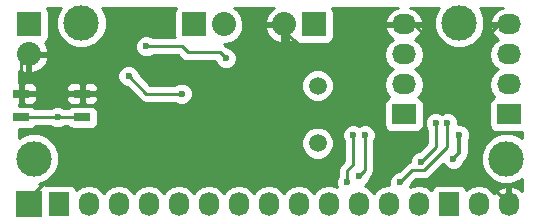
<source format=gbr>
G04 #@! TF.FileFunction,Copper,L2,Bot,Signal*
%FSLAX46Y46*%
G04 Gerber Fmt 4.6, Leading zero omitted, Abs format (unit mm)*
G04 Created by KiCad (PCBNEW 0.201510100348+6257~30~ubuntu14.04.1-product) date jeu. 15 oct. 2015 23:40:22 CEST*
%MOMM*%
G01*
G04 APERTURE LIST*
%ADD10C,0.100000*%
%ADD11R,2.032000X2.032000*%
%ADD12O,2.032000X2.032000*%
%ADD13R,1.727200X2.032000*%
%ADD14O,1.727200X2.032000*%
%ADD15R,2.235200X2.235200*%
%ADD16R,2.032000X1.727200*%
%ADD17O,2.032000X1.727200*%
%ADD18R,1.450000X0.700000*%
%ADD19C,3.000000*%
%ADD20C,1.501140*%
%ADD21C,0.600000*%
%ADD22C,0.350000*%
%ADD23C,0.250000*%
%ADD24C,0.254000*%
G04 APERTURE END LIST*
D10*
D11*
X129540000Y-104140000D03*
D12*
X132080000Y-104140000D03*
D13*
X118110000Y-119380000D03*
D14*
X120650000Y-119380000D03*
X123190000Y-119380000D03*
X125730000Y-119380000D03*
X128270000Y-119380000D03*
X130810000Y-119380000D03*
X133350000Y-119380000D03*
X135890000Y-119380000D03*
X138430000Y-119380000D03*
X140970000Y-119380000D03*
X143510000Y-119380000D03*
X146050000Y-119380000D03*
X148590000Y-119380000D03*
D15*
X115570000Y-119380000D03*
D11*
X139700000Y-104140000D03*
D12*
X137160000Y-104140000D03*
D11*
X115570000Y-104140000D03*
D12*
X115570000Y-106680000D03*
D13*
X151130000Y-119380000D03*
D14*
X153670000Y-119380000D03*
X156210000Y-119380000D03*
D16*
X156210000Y-111760000D03*
D17*
X156210000Y-109220000D03*
X156210000Y-106680000D03*
X156210000Y-104140000D03*
D16*
X147320000Y-111760000D03*
D17*
X147320000Y-109220000D03*
X147320000Y-106680000D03*
X147320000Y-104140000D03*
D18*
X114925000Y-110000000D03*
X120075000Y-110000000D03*
X120075000Y-112000000D03*
X114925000Y-112000000D03*
D19*
X120000000Y-104000000D03*
X156000000Y-115500000D03*
X152000000Y-104000000D03*
X116000000Y-115500000D03*
D20*
X140000000Y-109309060D03*
X140000000Y-114190940D03*
D21*
X130250000Y-112000000D03*
X121000000Y-107000000D03*
X137500000Y-110500000D03*
X124000000Y-110500000D03*
X125500000Y-106000000D03*
X132250000Y-107000000D03*
X118000000Y-112000000D03*
X128500000Y-110000000D03*
X124000000Y-108500000D03*
X152000000Y-113500000D03*
X151500000Y-115500000D03*
X143000000Y-113500000D03*
X142500000Y-117500000D03*
X144000000Y-113500000D03*
X143500000Y-117000000D03*
X151000000Y-112500000D03*
X147000000Y-117500000D03*
X150000000Y-112500000D03*
X148750000Y-115750000D03*
D22*
X136500000Y-111250000D02*
X136750000Y-111250000D01*
X131000000Y-111250000D02*
X136500000Y-111250000D01*
X130250000Y-112000000D02*
X131000000Y-111250000D01*
X136750000Y-111250000D02*
X137500000Y-110500000D01*
X124000000Y-110500000D02*
X124500000Y-110500000D01*
X126000000Y-112000000D02*
X130250000Y-112000000D01*
X124500000Y-110500000D02*
X126000000Y-112000000D01*
D23*
X120500000Y-107500000D02*
X121000000Y-107000000D01*
X114925000Y-110000000D02*
X114925000Y-107325000D01*
X114925000Y-107325000D02*
X115570000Y-106680000D01*
X152500000Y-107000000D02*
X152500000Y-110500000D01*
D22*
X153500000Y-116670000D02*
X156210000Y-119380000D01*
X153500000Y-111500000D02*
X153500000Y-116670000D01*
D23*
X152500000Y-110500000D02*
X153500000Y-111500000D01*
X147320000Y-104140000D02*
X148140000Y-104140000D01*
X148140000Y-104140000D02*
X151000000Y-107000000D01*
X152500000Y-107000000D02*
X155360000Y-104140000D01*
X151000000Y-107000000D02*
X152500000Y-107000000D01*
X155360000Y-104140000D02*
X156210000Y-104140000D01*
X137160000Y-104140000D02*
X137160000Y-104660000D01*
X137160000Y-104660000D02*
X139000000Y-106500000D01*
X145860000Y-104140000D02*
X147320000Y-104140000D01*
X143500000Y-106500000D02*
X145860000Y-104140000D01*
X139000000Y-106500000D02*
X143500000Y-106500000D01*
X137500000Y-110500000D02*
X137500000Y-103980000D01*
X137500000Y-104480000D02*
X137160000Y-104140000D01*
X121500000Y-111000000D02*
X123500000Y-111000000D01*
X123500000Y-111000000D02*
X124000000Y-110500000D01*
X115570000Y-119380000D02*
X115570000Y-118930000D01*
D22*
X115570000Y-118930000D02*
X117000000Y-117500000D01*
D23*
X117000000Y-117500000D02*
X118000000Y-117500000D01*
X118000000Y-117500000D02*
X121500000Y-114000000D01*
X121500000Y-114000000D02*
X121500000Y-111000000D01*
X121500000Y-111000000D02*
X121500000Y-108500000D01*
X121500000Y-108500000D02*
X120500000Y-107500000D01*
X120500000Y-107500000D02*
X119680000Y-106680000D01*
X119680000Y-106680000D02*
X115570000Y-106680000D01*
X120075000Y-110000000D02*
X114925000Y-110000000D01*
X125500000Y-106000000D02*
X128500000Y-106000000D01*
X128500000Y-106000000D02*
X129000000Y-106500000D01*
X129000000Y-106500000D02*
X131750000Y-106500000D01*
X132250000Y-107000000D02*
X131750000Y-106500000D01*
X118000000Y-112000000D02*
X120075000Y-112000000D01*
X120075000Y-112000000D02*
X114925000Y-112000000D01*
X125500000Y-110000000D02*
X128500000Y-110000000D01*
X124000000Y-108500000D02*
X125500000Y-110000000D01*
D22*
X152000000Y-115000000D02*
X151500000Y-115500000D01*
X152000000Y-115000000D02*
X152000000Y-113500000D01*
D23*
X142500000Y-117500000D02*
X142500000Y-116500000D01*
X143000000Y-116000000D02*
X143000000Y-113500000D01*
X142500000Y-116500000D02*
X143000000Y-116000000D01*
X144000000Y-113500000D02*
X144000000Y-116500000D01*
X144000000Y-116500000D02*
X143500000Y-117000000D01*
X143500000Y-117000000D02*
X143500000Y-117000000D01*
X151000000Y-114500000D02*
X151000000Y-112500000D01*
X149000000Y-116500000D02*
X151000000Y-114500000D01*
X148000000Y-116500000D02*
X149000000Y-116500000D01*
X147000000Y-117500000D02*
X148000000Y-116500000D01*
X150000000Y-114500000D02*
X150000000Y-112500000D01*
X148750000Y-115750000D02*
X150000000Y-114500000D01*
D24*
G36*
X115697000Y-119253000D02*
X115717000Y-119253000D01*
X115717000Y-119507000D01*
X115697000Y-119507000D01*
X115697000Y-119527000D01*
X115443000Y-119527000D01*
X115443000Y-119507000D01*
X115423000Y-119507000D01*
X115423000Y-119253000D01*
X115443000Y-119253000D01*
X115443000Y-119233000D01*
X115697000Y-119233000D01*
X115697000Y-119253000D01*
X115697000Y-119253000D01*
G37*
X115697000Y-119253000D02*
X115717000Y-119253000D01*
X115717000Y-119507000D01*
X115697000Y-119507000D01*
X115697000Y-119527000D01*
X115443000Y-119527000D01*
X115443000Y-119507000D01*
X115423000Y-119507000D01*
X115423000Y-119253000D01*
X115443000Y-119253000D01*
X115443000Y-119233000D01*
X115697000Y-119233000D01*
X115697000Y-119253000D01*
G36*
X118191091Y-102789041D02*
X117865372Y-103573459D01*
X117864630Y-104422815D01*
X118188980Y-105207800D01*
X118789041Y-105808909D01*
X119573459Y-106134628D01*
X120422815Y-106135370D01*
X121207800Y-105811020D01*
X121808909Y-105210959D01*
X122134628Y-104426541D01*
X122135370Y-103577185D01*
X121811020Y-102792200D01*
X121728963Y-102710000D01*
X128038334Y-102710000D01*
X127927569Y-102872110D01*
X127876560Y-103124000D01*
X127876560Y-105156000D01*
X127892366Y-105240000D01*
X126062463Y-105240000D01*
X126030327Y-105207808D01*
X125686799Y-105065162D01*
X125314833Y-105064838D01*
X124971057Y-105206883D01*
X124707808Y-105469673D01*
X124565162Y-105813201D01*
X124564838Y-106185167D01*
X124706883Y-106528943D01*
X124969673Y-106792192D01*
X125313201Y-106934838D01*
X125685167Y-106935162D01*
X126028943Y-106793117D01*
X126062118Y-106760000D01*
X128185198Y-106760000D01*
X128462599Y-107037401D01*
X128709161Y-107202148D01*
X129000000Y-107260000D01*
X131345758Y-107260000D01*
X131456883Y-107528943D01*
X131719673Y-107792192D01*
X132063201Y-107934838D01*
X132435167Y-107935162D01*
X132778943Y-107793117D01*
X133042192Y-107530327D01*
X133184838Y-107186799D01*
X133185162Y-106814833D01*
X133129451Y-106680000D01*
X145636655Y-106680000D01*
X145750729Y-107253489D01*
X146075585Y-107739670D01*
X146390366Y-107950000D01*
X146075585Y-108160330D01*
X145750729Y-108646511D01*
X145636655Y-109220000D01*
X145750729Y-109793489D01*
X146075585Y-110279670D01*
X146089913Y-110289243D01*
X146068683Y-110293238D01*
X145852559Y-110432310D01*
X145707569Y-110644510D01*
X145656560Y-110896400D01*
X145656560Y-112623600D01*
X145700838Y-112858917D01*
X145839910Y-113075041D01*
X146052110Y-113220031D01*
X146304000Y-113271040D01*
X148336000Y-113271040D01*
X148571317Y-113226762D01*
X148787441Y-113087690D01*
X148932431Y-112875490D01*
X148983440Y-112623600D01*
X148983440Y-110896400D01*
X148939162Y-110661083D01*
X148800090Y-110444959D01*
X148587890Y-110299969D01*
X148546561Y-110291600D01*
X148564415Y-110279670D01*
X148889271Y-109793489D01*
X149003345Y-109220000D01*
X148889271Y-108646511D01*
X148564415Y-108160330D01*
X148249634Y-107950000D01*
X148564415Y-107739670D01*
X148889271Y-107253489D01*
X149003345Y-106680000D01*
X148889271Y-106106511D01*
X148564415Y-105620330D01*
X148254931Y-105413539D01*
X148670732Y-105042036D01*
X148924709Y-104514791D01*
X148927358Y-104499026D01*
X148806217Y-104267000D01*
X147447000Y-104267000D01*
X147447000Y-104287000D01*
X147193000Y-104287000D01*
X147193000Y-104267000D01*
X145833783Y-104267000D01*
X145712642Y-104499026D01*
X145715291Y-104514791D01*
X145969268Y-105042036D01*
X146385069Y-105413539D01*
X146075585Y-105620330D01*
X145750729Y-106106511D01*
X145636655Y-106680000D01*
X133129451Y-106680000D01*
X133043117Y-106471057D01*
X132780327Y-106207808D01*
X132436799Y-106065162D01*
X132389923Y-106065121D01*
X132287401Y-105962599D01*
X132078565Y-105823060D01*
X132080000Y-105823345D01*
X132711810Y-105697670D01*
X133247433Y-105339778D01*
X133605325Y-104804155D01*
X133661261Y-104522946D01*
X135554017Y-104522946D01*
X135822812Y-105108379D01*
X136295182Y-105546385D01*
X136777056Y-105745975D01*
X137033000Y-105626836D01*
X137033000Y-104267000D01*
X135672633Y-104267000D01*
X135554017Y-104522946D01*
X133661261Y-104522946D01*
X133731000Y-104172345D01*
X133731000Y-104107655D01*
X133605325Y-103475845D01*
X133247433Y-102940222D01*
X132902882Y-102710000D01*
X136352196Y-102710000D01*
X136295182Y-102733615D01*
X135822812Y-103171621D01*
X135554017Y-103757054D01*
X135672633Y-104013000D01*
X137033000Y-104013000D01*
X137033000Y-103993000D01*
X137287000Y-103993000D01*
X137287000Y-104013000D01*
X137307000Y-104013000D01*
X137307000Y-104267000D01*
X137287000Y-104267000D01*
X137287000Y-105626836D01*
X137542944Y-105745975D01*
X138024818Y-105546385D01*
X138122398Y-105455903D01*
X138219910Y-105607441D01*
X138432110Y-105752431D01*
X138684000Y-105803440D01*
X140716000Y-105803440D01*
X140951317Y-105759162D01*
X141167441Y-105620090D01*
X141312431Y-105407890D01*
X141363440Y-105156000D01*
X141363440Y-103124000D01*
X141319162Y-102888683D01*
X141204183Y-102710000D01*
X146800327Y-102710000D01*
X146405680Y-102848046D01*
X145969268Y-103237964D01*
X145715291Y-103765209D01*
X145712642Y-103780974D01*
X145833783Y-104013000D01*
X147193000Y-104013000D01*
X147193000Y-103993000D01*
X147447000Y-103993000D01*
X147447000Y-104013000D01*
X148806217Y-104013000D01*
X148927358Y-103780974D01*
X148924709Y-103765209D01*
X148670732Y-103237964D01*
X148234320Y-102848046D01*
X147839673Y-102710000D01*
X150270270Y-102710000D01*
X150191091Y-102789041D01*
X149865372Y-103573459D01*
X149864630Y-104422815D01*
X150188980Y-105207800D01*
X150789041Y-105808909D01*
X151573459Y-106134628D01*
X152422815Y-106135370D01*
X153207800Y-105811020D01*
X153808909Y-105210959D01*
X154134628Y-104426541D01*
X154135370Y-103577185D01*
X153811020Y-102792200D01*
X153728963Y-102710000D01*
X155690327Y-102710000D01*
X155295680Y-102848046D01*
X154859268Y-103237964D01*
X154605291Y-103765209D01*
X154602642Y-103780974D01*
X154723783Y-104013000D01*
X156083000Y-104013000D01*
X156083000Y-103993000D01*
X156337000Y-103993000D01*
X156337000Y-104013000D01*
X156357000Y-104013000D01*
X156357000Y-104267000D01*
X156337000Y-104267000D01*
X156337000Y-104287000D01*
X156083000Y-104287000D01*
X156083000Y-104267000D01*
X154723783Y-104267000D01*
X154602642Y-104499026D01*
X154605291Y-104514791D01*
X154859268Y-105042036D01*
X155275069Y-105413539D01*
X154965585Y-105620330D01*
X154640729Y-106106511D01*
X154526655Y-106680000D01*
X154640729Y-107253489D01*
X154965585Y-107739670D01*
X155280366Y-107950000D01*
X154965585Y-108160330D01*
X154640729Y-108646511D01*
X154526655Y-109220000D01*
X154640729Y-109793489D01*
X154965585Y-110279670D01*
X154979913Y-110289243D01*
X154958683Y-110293238D01*
X154742559Y-110432310D01*
X154597569Y-110644510D01*
X154546560Y-110896400D01*
X154546560Y-112623600D01*
X154590838Y-112858917D01*
X154729910Y-113075041D01*
X154942110Y-113220031D01*
X155194000Y-113271040D01*
X157226000Y-113271040D01*
X157290000Y-113258998D01*
X157290000Y-113770270D01*
X157210959Y-113691091D01*
X156426541Y-113365372D01*
X155577185Y-113364630D01*
X154792200Y-113688980D01*
X154191091Y-114289041D01*
X153865372Y-115073459D01*
X153864630Y-115922815D01*
X154188980Y-116707800D01*
X154789041Y-117308909D01*
X155573459Y-117634628D01*
X156422815Y-117635370D01*
X157207800Y-117311020D01*
X157290000Y-117228963D01*
X157290000Y-118228453D01*
X157112036Y-118029268D01*
X156584791Y-117775291D01*
X156569026Y-117772642D01*
X156337000Y-117893783D01*
X156337000Y-119253000D01*
X156357000Y-119253000D01*
X156357000Y-119507000D01*
X156337000Y-119507000D01*
X156337000Y-119527000D01*
X156083000Y-119527000D01*
X156083000Y-119507000D01*
X156063000Y-119507000D01*
X156063000Y-119253000D01*
X156083000Y-119253000D01*
X156083000Y-117893783D01*
X155850974Y-117772642D01*
X155835209Y-117775291D01*
X155307964Y-118029268D01*
X154936461Y-118445069D01*
X154729670Y-118135585D01*
X154243489Y-117810729D01*
X153670000Y-117696655D01*
X153096511Y-117810729D01*
X152610330Y-118135585D01*
X152600757Y-118149913D01*
X152596762Y-118128683D01*
X152457690Y-117912559D01*
X152245490Y-117767569D01*
X151993600Y-117716560D01*
X150266400Y-117716560D01*
X150031083Y-117760838D01*
X149814959Y-117899910D01*
X149669969Y-118112110D01*
X149661600Y-118153439D01*
X149649670Y-118135585D01*
X149163489Y-117810729D01*
X148590000Y-117696655D01*
X148016511Y-117810729D01*
X147832255Y-117933845D01*
X147934838Y-117686799D01*
X147934879Y-117639923D01*
X148314802Y-117260000D01*
X149000000Y-117260000D01*
X149290839Y-117202148D01*
X149537401Y-117037401D01*
X150659803Y-115914999D01*
X150706883Y-116028943D01*
X150969673Y-116292192D01*
X151313201Y-116434838D01*
X151685167Y-116435162D01*
X152028943Y-116293117D01*
X152292192Y-116030327D01*
X152417884Y-115727629D01*
X152572757Y-115572756D01*
X152748343Y-115309973D01*
X152775766Y-115172103D01*
X152810000Y-115000000D01*
X152810000Y-113987441D01*
X152934838Y-113686799D01*
X152935162Y-113314833D01*
X152793117Y-112971057D01*
X152530327Y-112707808D01*
X152186799Y-112565162D01*
X151934944Y-112564943D01*
X151935162Y-112314833D01*
X151793117Y-111971057D01*
X151530327Y-111707808D01*
X151186799Y-111565162D01*
X150814833Y-111564838D01*
X150499649Y-111695069D01*
X150186799Y-111565162D01*
X149814833Y-111564838D01*
X149471057Y-111706883D01*
X149207808Y-111969673D01*
X149065162Y-112313201D01*
X149064838Y-112685167D01*
X149206883Y-113028943D01*
X149240000Y-113062118D01*
X149240000Y-114185198D01*
X148610320Y-114814878D01*
X148564833Y-114814838D01*
X148221057Y-114956883D01*
X147957808Y-115219673D01*
X147815162Y-115563201D01*
X147814976Y-115776804D01*
X147709161Y-115797852D01*
X147462599Y-115962599D01*
X146860320Y-116564878D01*
X146814833Y-116564838D01*
X146471057Y-116706883D01*
X146207808Y-116969673D01*
X146065162Y-117313201D01*
X146064838Y-117685167D01*
X146071339Y-117700899D01*
X146050000Y-117696655D01*
X145476511Y-117810729D01*
X144990330Y-118135585D01*
X144780000Y-118450366D01*
X144569670Y-118135585D01*
X144083489Y-117810729D01*
X144017896Y-117797682D01*
X144028943Y-117793117D01*
X144292192Y-117530327D01*
X144434838Y-117186799D01*
X144434879Y-117139923D01*
X144537401Y-117037401D01*
X144702148Y-116790839D01*
X144760000Y-116500000D01*
X144760000Y-114062463D01*
X144792192Y-114030327D01*
X144934838Y-113686799D01*
X144935162Y-113314833D01*
X144793117Y-112971057D01*
X144530327Y-112707808D01*
X144186799Y-112565162D01*
X143814833Y-112564838D01*
X143499649Y-112695069D01*
X143186799Y-112565162D01*
X142814833Y-112564838D01*
X142471057Y-112706883D01*
X142207808Y-112969673D01*
X142065162Y-113313201D01*
X142064838Y-113685167D01*
X142206883Y-114028943D01*
X142240000Y-114062118D01*
X142240000Y-115685198D01*
X141962599Y-115962599D01*
X141797852Y-116209161D01*
X141740000Y-116500000D01*
X141740000Y-116937537D01*
X141707808Y-116969673D01*
X141565162Y-117313201D01*
X141564838Y-117685167D01*
X141644647Y-117878321D01*
X141543489Y-117810729D01*
X140970000Y-117696655D01*
X140396511Y-117810729D01*
X139910330Y-118135585D01*
X139700000Y-118450366D01*
X139489670Y-118135585D01*
X139003489Y-117810729D01*
X138430000Y-117696655D01*
X137856511Y-117810729D01*
X137370330Y-118135585D01*
X137160000Y-118450366D01*
X136949670Y-118135585D01*
X136463489Y-117810729D01*
X135890000Y-117696655D01*
X135316511Y-117810729D01*
X134830330Y-118135585D01*
X134620000Y-118450366D01*
X134409670Y-118135585D01*
X133923489Y-117810729D01*
X133350000Y-117696655D01*
X132776511Y-117810729D01*
X132290330Y-118135585D01*
X132080000Y-118450366D01*
X131869670Y-118135585D01*
X131383489Y-117810729D01*
X130810000Y-117696655D01*
X130236511Y-117810729D01*
X129750330Y-118135585D01*
X129540000Y-118450366D01*
X129329670Y-118135585D01*
X128843489Y-117810729D01*
X128270000Y-117696655D01*
X127696511Y-117810729D01*
X127210330Y-118135585D01*
X127000000Y-118450366D01*
X126789670Y-118135585D01*
X126303489Y-117810729D01*
X125730000Y-117696655D01*
X125156511Y-117810729D01*
X124670330Y-118135585D01*
X124460000Y-118450366D01*
X124249670Y-118135585D01*
X123763489Y-117810729D01*
X123190000Y-117696655D01*
X122616511Y-117810729D01*
X122130330Y-118135585D01*
X121920000Y-118450366D01*
X121709670Y-118135585D01*
X121223489Y-117810729D01*
X120650000Y-117696655D01*
X120076511Y-117810729D01*
X119590330Y-118135585D01*
X119580757Y-118149913D01*
X119576762Y-118128683D01*
X119437690Y-117912559D01*
X119225490Y-117767569D01*
X118973600Y-117716560D01*
X117246400Y-117716560D01*
X117072506Y-117749281D01*
X117047298Y-117724073D01*
X116813909Y-117627400D01*
X116442104Y-117627400D01*
X117207800Y-117311020D01*
X117808909Y-116710959D01*
X118134628Y-115926541D01*
X118135370Y-115077185D01*
X117882560Y-114465338D01*
X138614190Y-114465338D01*
X138824686Y-114974777D01*
X139214113Y-115364884D01*
X139723184Y-115576269D01*
X140274398Y-115576750D01*
X140783837Y-115366254D01*
X141173944Y-114976827D01*
X141385329Y-114467756D01*
X141385810Y-113916542D01*
X141175314Y-113407103D01*
X140785887Y-113016996D01*
X140276816Y-112805611D01*
X139725602Y-112805130D01*
X139216163Y-113015626D01*
X138826056Y-113405053D01*
X138614671Y-113914124D01*
X138614190Y-114465338D01*
X117882560Y-114465338D01*
X117811020Y-114292200D01*
X117210959Y-113691091D01*
X116426541Y-113365372D01*
X115577185Y-113364630D01*
X114792200Y-113688980D01*
X114710000Y-113771037D01*
X114710000Y-112997440D01*
X115650000Y-112997440D01*
X115885317Y-112953162D01*
X116101441Y-112814090D01*
X116138399Y-112760000D01*
X117437537Y-112760000D01*
X117469673Y-112792192D01*
X117813201Y-112934838D01*
X118185167Y-112935162D01*
X118528943Y-112793117D01*
X118562118Y-112760000D01*
X118859243Y-112760000D01*
X118885910Y-112801441D01*
X119098110Y-112946431D01*
X119350000Y-112997440D01*
X120800000Y-112997440D01*
X121035317Y-112953162D01*
X121251441Y-112814090D01*
X121396431Y-112601890D01*
X121447440Y-112350000D01*
X121447440Y-111650000D01*
X121403162Y-111414683D01*
X121264090Y-111198559D01*
X121051890Y-111053569D01*
X120800000Y-111002560D01*
X119350000Y-111002560D01*
X119114683Y-111046838D01*
X118898559Y-111185910D01*
X118861601Y-111240000D01*
X118562463Y-111240000D01*
X118530327Y-111207808D01*
X118186799Y-111065162D01*
X117814833Y-111064838D01*
X117471057Y-111206883D01*
X117437882Y-111240000D01*
X116140757Y-111240000D01*
X116114090Y-111198559D01*
X115901890Y-111053569D01*
X115650000Y-111002560D01*
X114710000Y-111002560D01*
X114710000Y-110914250D01*
X114798000Y-110826250D01*
X114798000Y-110127000D01*
X115052000Y-110127000D01*
X115052000Y-110826250D01*
X115210750Y-110985000D01*
X115776309Y-110985000D01*
X116009698Y-110888327D01*
X116188327Y-110709699D01*
X116285000Y-110476310D01*
X116285000Y-110285750D01*
X118715000Y-110285750D01*
X118715000Y-110476310D01*
X118811673Y-110709699D01*
X118990302Y-110888327D01*
X119223691Y-110985000D01*
X119789250Y-110985000D01*
X119948000Y-110826250D01*
X119948000Y-110127000D01*
X120202000Y-110127000D01*
X120202000Y-110826250D01*
X120360750Y-110985000D01*
X120926309Y-110985000D01*
X121159698Y-110888327D01*
X121338327Y-110709699D01*
X121435000Y-110476310D01*
X121435000Y-110285750D01*
X121276250Y-110127000D01*
X120202000Y-110127000D01*
X119948000Y-110127000D01*
X118873750Y-110127000D01*
X118715000Y-110285750D01*
X116285000Y-110285750D01*
X116126250Y-110127000D01*
X115052000Y-110127000D01*
X114798000Y-110127000D01*
X114778000Y-110127000D01*
X114778000Y-109873000D01*
X114798000Y-109873000D01*
X114798000Y-109173750D01*
X115052000Y-109173750D01*
X115052000Y-109873000D01*
X116126250Y-109873000D01*
X116285000Y-109714250D01*
X116285000Y-109523690D01*
X118715000Y-109523690D01*
X118715000Y-109714250D01*
X118873750Y-109873000D01*
X119948000Y-109873000D01*
X119948000Y-109173750D01*
X120202000Y-109173750D01*
X120202000Y-109873000D01*
X121276250Y-109873000D01*
X121435000Y-109714250D01*
X121435000Y-109523690D01*
X121338327Y-109290301D01*
X121159698Y-109111673D01*
X120926309Y-109015000D01*
X120360750Y-109015000D01*
X120202000Y-109173750D01*
X119948000Y-109173750D01*
X119789250Y-109015000D01*
X119223691Y-109015000D01*
X118990302Y-109111673D01*
X118811673Y-109290301D01*
X118715000Y-109523690D01*
X116285000Y-109523690D01*
X116188327Y-109290301D01*
X116009698Y-109111673D01*
X115776309Y-109015000D01*
X115210750Y-109015000D01*
X115052000Y-109173750D01*
X114798000Y-109173750D01*
X114710000Y-109085750D01*
X114710000Y-108685167D01*
X123064838Y-108685167D01*
X123206883Y-109028943D01*
X123469673Y-109292192D01*
X123813201Y-109434838D01*
X123860077Y-109434879D01*
X124962599Y-110537401D01*
X125209160Y-110702148D01*
X125500000Y-110760000D01*
X127937537Y-110760000D01*
X127969673Y-110792192D01*
X128313201Y-110934838D01*
X128685167Y-110935162D01*
X129028943Y-110793117D01*
X129292192Y-110530327D01*
X129434838Y-110186799D01*
X129435162Y-109814833D01*
X129339561Y-109583458D01*
X138614190Y-109583458D01*
X138824686Y-110092897D01*
X139214113Y-110483004D01*
X139723184Y-110694389D01*
X140274398Y-110694870D01*
X140783837Y-110484374D01*
X141173944Y-110094947D01*
X141385329Y-109585876D01*
X141385810Y-109034662D01*
X141175314Y-108525223D01*
X140785887Y-108135116D01*
X140276816Y-107923731D01*
X139725602Y-107923250D01*
X139216163Y-108133746D01*
X138826056Y-108523173D01*
X138614671Y-109032244D01*
X138614190Y-109583458D01*
X129339561Y-109583458D01*
X129293117Y-109471057D01*
X129030327Y-109207808D01*
X128686799Y-109065162D01*
X128314833Y-109064838D01*
X127971057Y-109206883D01*
X127937882Y-109240000D01*
X125814802Y-109240000D01*
X124935122Y-108360320D01*
X124935162Y-108314833D01*
X124793117Y-107971057D01*
X124530327Y-107707808D01*
X124186799Y-107565162D01*
X123814833Y-107564838D01*
X123471057Y-107706883D01*
X123207808Y-107969673D01*
X123065162Y-108313201D01*
X123064838Y-108685167D01*
X114710000Y-108685167D01*
X114710000Y-108066949D01*
X115187054Y-108285983D01*
X115443000Y-108167367D01*
X115443000Y-106807000D01*
X115697000Y-106807000D01*
X115697000Y-108167367D01*
X115952946Y-108285983D01*
X116538379Y-108017188D01*
X116976385Y-107544818D01*
X117175975Y-107062944D01*
X117056836Y-106807000D01*
X115697000Y-106807000D01*
X115443000Y-106807000D01*
X115423000Y-106807000D01*
X115423000Y-106553000D01*
X115443000Y-106553000D01*
X115443000Y-106533000D01*
X115697000Y-106533000D01*
X115697000Y-106553000D01*
X117056836Y-106553000D01*
X117175975Y-106297056D01*
X116976385Y-105815182D01*
X116885903Y-105717602D01*
X117037441Y-105620090D01*
X117182431Y-105407890D01*
X117233440Y-105156000D01*
X117233440Y-103124000D01*
X117189162Y-102888683D01*
X117074183Y-102710000D01*
X118270270Y-102710000D01*
X118191091Y-102789041D01*
X118191091Y-102789041D01*
G37*
X118191091Y-102789041D02*
X117865372Y-103573459D01*
X117864630Y-104422815D01*
X118188980Y-105207800D01*
X118789041Y-105808909D01*
X119573459Y-106134628D01*
X120422815Y-106135370D01*
X121207800Y-105811020D01*
X121808909Y-105210959D01*
X122134628Y-104426541D01*
X122135370Y-103577185D01*
X121811020Y-102792200D01*
X121728963Y-102710000D01*
X128038334Y-102710000D01*
X127927569Y-102872110D01*
X127876560Y-103124000D01*
X127876560Y-105156000D01*
X127892366Y-105240000D01*
X126062463Y-105240000D01*
X126030327Y-105207808D01*
X125686799Y-105065162D01*
X125314833Y-105064838D01*
X124971057Y-105206883D01*
X124707808Y-105469673D01*
X124565162Y-105813201D01*
X124564838Y-106185167D01*
X124706883Y-106528943D01*
X124969673Y-106792192D01*
X125313201Y-106934838D01*
X125685167Y-106935162D01*
X126028943Y-106793117D01*
X126062118Y-106760000D01*
X128185198Y-106760000D01*
X128462599Y-107037401D01*
X128709161Y-107202148D01*
X129000000Y-107260000D01*
X131345758Y-107260000D01*
X131456883Y-107528943D01*
X131719673Y-107792192D01*
X132063201Y-107934838D01*
X132435167Y-107935162D01*
X132778943Y-107793117D01*
X133042192Y-107530327D01*
X133184838Y-107186799D01*
X133185162Y-106814833D01*
X133129451Y-106680000D01*
X145636655Y-106680000D01*
X145750729Y-107253489D01*
X146075585Y-107739670D01*
X146390366Y-107950000D01*
X146075585Y-108160330D01*
X145750729Y-108646511D01*
X145636655Y-109220000D01*
X145750729Y-109793489D01*
X146075585Y-110279670D01*
X146089913Y-110289243D01*
X146068683Y-110293238D01*
X145852559Y-110432310D01*
X145707569Y-110644510D01*
X145656560Y-110896400D01*
X145656560Y-112623600D01*
X145700838Y-112858917D01*
X145839910Y-113075041D01*
X146052110Y-113220031D01*
X146304000Y-113271040D01*
X148336000Y-113271040D01*
X148571317Y-113226762D01*
X148787441Y-113087690D01*
X148932431Y-112875490D01*
X148983440Y-112623600D01*
X148983440Y-110896400D01*
X148939162Y-110661083D01*
X148800090Y-110444959D01*
X148587890Y-110299969D01*
X148546561Y-110291600D01*
X148564415Y-110279670D01*
X148889271Y-109793489D01*
X149003345Y-109220000D01*
X148889271Y-108646511D01*
X148564415Y-108160330D01*
X148249634Y-107950000D01*
X148564415Y-107739670D01*
X148889271Y-107253489D01*
X149003345Y-106680000D01*
X148889271Y-106106511D01*
X148564415Y-105620330D01*
X148254931Y-105413539D01*
X148670732Y-105042036D01*
X148924709Y-104514791D01*
X148927358Y-104499026D01*
X148806217Y-104267000D01*
X147447000Y-104267000D01*
X147447000Y-104287000D01*
X147193000Y-104287000D01*
X147193000Y-104267000D01*
X145833783Y-104267000D01*
X145712642Y-104499026D01*
X145715291Y-104514791D01*
X145969268Y-105042036D01*
X146385069Y-105413539D01*
X146075585Y-105620330D01*
X145750729Y-106106511D01*
X145636655Y-106680000D01*
X133129451Y-106680000D01*
X133043117Y-106471057D01*
X132780327Y-106207808D01*
X132436799Y-106065162D01*
X132389923Y-106065121D01*
X132287401Y-105962599D01*
X132078565Y-105823060D01*
X132080000Y-105823345D01*
X132711810Y-105697670D01*
X133247433Y-105339778D01*
X133605325Y-104804155D01*
X133661261Y-104522946D01*
X135554017Y-104522946D01*
X135822812Y-105108379D01*
X136295182Y-105546385D01*
X136777056Y-105745975D01*
X137033000Y-105626836D01*
X137033000Y-104267000D01*
X135672633Y-104267000D01*
X135554017Y-104522946D01*
X133661261Y-104522946D01*
X133731000Y-104172345D01*
X133731000Y-104107655D01*
X133605325Y-103475845D01*
X133247433Y-102940222D01*
X132902882Y-102710000D01*
X136352196Y-102710000D01*
X136295182Y-102733615D01*
X135822812Y-103171621D01*
X135554017Y-103757054D01*
X135672633Y-104013000D01*
X137033000Y-104013000D01*
X137033000Y-103993000D01*
X137287000Y-103993000D01*
X137287000Y-104013000D01*
X137307000Y-104013000D01*
X137307000Y-104267000D01*
X137287000Y-104267000D01*
X137287000Y-105626836D01*
X137542944Y-105745975D01*
X138024818Y-105546385D01*
X138122398Y-105455903D01*
X138219910Y-105607441D01*
X138432110Y-105752431D01*
X138684000Y-105803440D01*
X140716000Y-105803440D01*
X140951317Y-105759162D01*
X141167441Y-105620090D01*
X141312431Y-105407890D01*
X141363440Y-105156000D01*
X141363440Y-103124000D01*
X141319162Y-102888683D01*
X141204183Y-102710000D01*
X146800327Y-102710000D01*
X146405680Y-102848046D01*
X145969268Y-103237964D01*
X145715291Y-103765209D01*
X145712642Y-103780974D01*
X145833783Y-104013000D01*
X147193000Y-104013000D01*
X147193000Y-103993000D01*
X147447000Y-103993000D01*
X147447000Y-104013000D01*
X148806217Y-104013000D01*
X148927358Y-103780974D01*
X148924709Y-103765209D01*
X148670732Y-103237964D01*
X148234320Y-102848046D01*
X147839673Y-102710000D01*
X150270270Y-102710000D01*
X150191091Y-102789041D01*
X149865372Y-103573459D01*
X149864630Y-104422815D01*
X150188980Y-105207800D01*
X150789041Y-105808909D01*
X151573459Y-106134628D01*
X152422815Y-106135370D01*
X153207800Y-105811020D01*
X153808909Y-105210959D01*
X154134628Y-104426541D01*
X154135370Y-103577185D01*
X153811020Y-102792200D01*
X153728963Y-102710000D01*
X155690327Y-102710000D01*
X155295680Y-102848046D01*
X154859268Y-103237964D01*
X154605291Y-103765209D01*
X154602642Y-103780974D01*
X154723783Y-104013000D01*
X156083000Y-104013000D01*
X156083000Y-103993000D01*
X156337000Y-103993000D01*
X156337000Y-104013000D01*
X156357000Y-104013000D01*
X156357000Y-104267000D01*
X156337000Y-104267000D01*
X156337000Y-104287000D01*
X156083000Y-104287000D01*
X156083000Y-104267000D01*
X154723783Y-104267000D01*
X154602642Y-104499026D01*
X154605291Y-104514791D01*
X154859268Y-105042036D01*
X155275069Y-105413539D01*
X154965585Y-105620330D01*
X154640729Y-106106511D01*
X154526655Y-106680000D01*
X154640729Y-107253489D01*
X154965585Y-107739670D01*
X155280366Y-107950000D01*
X154965585Y-108160330D01*
X154640729Y-108646511D01*
X154526655Y-109220000D01*
X154640729Y-109793489D01*
X154965585Y-110279670D01*
X154979913Y-110289243D01*
X154958683Y-110293238D01*
X154742559Y-110432310D01*
X154597569Y-110644510D01*
X154546560Y-110896400D01*
X154546560Y-112623600D01*
X154590838Y-112858917D01*
X154729910Y-113075041D01*
X154942110Y-113220031D01*
X155194000Y-113271040D01*
X157226000Y-113271040D01*
X157290000Y-113258998D01*
X157290000Y-113770270D01*
X157210959Y-113691091D01*
X156426541Y-113365372D01*
X155577185Y-113364630D01*
X154792200Y-113688980D01*
X154191091Y-114289041D01*
X153865372Y-115073459D01*
X153864630Y-115922815D01*
X154188980Y-116707800D01*
X154789041Y-117308909D01*
X155573459Y-117634628D01*
X156422815Y-117635370D01*
X157207800Y-117311020D01*
X157290000Y-117228963D01*
X157290000Y-118228453D01*
X157112036Y-118029268D01*
X156584791Y-117775291D01*
X156569026Y-117772642D01*
X156337000Y-117893783D01*
X156337000Y-119253000D01*
X156357000Y-119253000D01*
X156357000Y-119507000D01*
X156337000Y-119507000D01*
X156337000Y-119527000D01*
X156083000Y-119527000D01*
X156083000Y-119507000D01*
X156063000Y-119507000D01*
X156063000Y-119253000D01*
X156083000Y-119253000D01*
X156083000Y-117893783D01*
X155850974Y-117772642D01*
X155835209Y-117775291D01*
X155307964Y-118029268D01*
X154936461Y-118445069D01*
X154729670Y-118135585D01*
X154243489Y-117810729D01*
X153670000Y-117696655D01*
X153096511Y-117810729D01*
X152610330Y-118135585D01*
X152600757Y-118149913D01*
X152596762Y-118128683D01*
X152457690Y-117912559D01*
X152245490Y-117767569D01*
X151993600Y-117716560D01*
X150266400Y-117716560D01*
X150031083Y-117760838D01*
X149814959Y-117899910D01*
X149669969Y-118112110D01*
X149661600Y-118153439D01*
X149649670Y-118135585D01*
X149163489Y-117810729D01*
X148590000Y-117696655D01*
X148016511Y-117810729D01*
X147832255Y-117933845D01*
X147934838Y-117686799D01*
X147934879Y-117639923D01*
X148314802Y-117260000D01*
X149000000Y-117260000D01*
X149290839Y-117202148D01*
X149537401Y-117037401D01*
X150659803Y-115914999D01*
X150706883Y-116028943D01*
X150969673Y-116292192D01*
X151313201Y-116434838D01*
X151685167Y-116435162D01*
X152028943Y-116293117D01*
X152292192Y-116030327D01*
X152417884Y-115727629D01*
X152572757Y-115572756D01*
X152748343Y-115309973D01*
X152775766Y-115172103D01*
X152810000Y-115000000D01*
X152810000Y-113987441D01*
X152934838Y-113686799D01*
X152935162Y-113314833D01*
X152793117Y-112971057D01*
X152530327Y-112707808D01*
X152186799Y-112565162D01*
X151934944Y-112564943D01*
X151935162Y-112314833D01*
X151793117Y-111971057D01*
X151530327Y-111707808D01*
X151186799Y-111565162D01*
X150814833Y-111564838D01*
X150499649Y-111695069D01*
X150186799Y-111565162D01*
X149814833Y-111564838D01*
X149471057Y-111706883D01*
X149207808Y-111969673D01*
X149065162Y-112313201D01*
X149064838Y-112685167D01*
X149206883Y-113028943D01*
X149240000Y-113062118D01*
X149240000Y-114185198D01*
X148610320Y-114814878D01*
X148564833Y-114814838D01*
X148221057Y-114956883D01*
X147957808Y-115219673D01*
X147815162Y-115563201D01*
X147814976Y-115776804D01*
X147709161Y-115797852D01*
X147462599Y-115962599D01*
X146860320Y-116564878D01*
X146814833Y-116564838D01*
X146471057Y-116706883D01*
X146207808Y-116969673D01*
X146065162Y-117313201D01*
X146064838Y-117685167D01*
X146071339Y-117700899D01*
X146050000Y-117696655D01*
X145476511Y-117810729D01*
X144990330Y-118135585D01*
X144780000Y-118450366D01*
X144569670Y-118135585D01*
X144083489Y-117810729D01*
X144017896Y-117797682D01*
X144028943Y-117793117D01*
X144292192Y-117530327D01*
X144434838Y-117186799D01*
X144434879Y-117139923D01*
X144537401Y-117037401D01*
X144702148Y-116790839D01*
X144760000Y-116500000D01*
X144760000Y-114062463D01*
X144792192Y-114030327D01*
X144934838Y-113686799D01*
X144935162Y-113314833D01*
X144793117Y-112971057D01*
X144530327Y-112707808D01*
X144186799Y-112565162D01*
X143814833Y-112564838D01*
X143499649Y-112695069D01*
X143186799Y-112565162D01*
X142814833Y-112564838D01*
X142471057Y-112706883D01*
X142207808Y-112969673D01*
X142065162Y-113313201D01*
X142064838Y-113685167D01*
X142206883Y-114028943D01*
X142240000Y-114062118D01*
X142240000Y-115685198D01*
X141962599Y-115962599D01*
X141797852Y-116209161D01*
X141740000Y-116500000D01*
X141740000Y-116937537D01*
X141707808Y-116969673D01*
X141565162Y-117313201D01*
X141564838Y-117685167D01*
X141644647Y-117878321D01*
X141543489Y-117810729D01*
X140970000Y-117696655D01*
X140396511Y-117810729D01*
X139910330Y-118135585D01*
X139700000Y-118450366D01*
X139489670Y-118135585D01*
X139003489Y-117810729D01*
X138430000Y-117696655D01*
X137856511Y-117810729D01*
X137370330Y-118135585D01*
X137160000Y-118450366D01*
X136949670Y-118135585D01*
X136463489Y-117810729D01*
X135890000Y-117696655D01*
X135316511Y-117810729D01*
X134830330Y-118135585D01*
X134620000Y-118450366D01*
X134409670Y-118135585D01*
X133923489Y-117810729D01*
X133350000Y-117696655D01*
X132776511Y-117810729D01*
X132290330Y-118135585D01*
X132080000Y-118450366D01*
X131869670Y-118135585D01*
X131383489Y-117810729D01*
X130810000Y-117696655D01*
X130236511Y-117810729D01*
X129750330Y-118135585D01*
X129540000Y-118450366D01*
X129329670Y-118135585D01*
X128843489Y-117810729D01*
X128270000Y-117696655D01*
X127696511Y-117810729D01*
X127210330Y-118135585D01*
X127000000Y-118450366D01*
X126789670Y-118135585D01*
X126303489Y-117810729D01*
X125730000Y-117696655D01*
X125156511Y-117810729D01*
X124670330Y-118135585D01*
X124460000Y-118450366D01*
X124249670Y-118135585D01*
X123763489Y-117810729D01*
X123190000Y-117696655D01*
X122616511Y-117810729D01*
X122130330Y-118135585D01*
X121920000Y-118450366D01*
X121709670Y-118135585D01*
X121223489Y-117810729D01*
X120650000Y-117696655D01*
X120076511Y-117810729D01*
X119590330Y-118135585D01*
X119580757Y-118149913D01*
X119576762Y-118128683D01*
X119437690Y-117912559D01*
X119225490Y-117767569D01*
X118973600Y-117716560D01*
X117246400Y-117716560D01*
X117072506Y-117749281D01*
X117047298Y-117724073D01*
X116813909Y-117627400D01*
X116442104Y-117627400D01*
X117207800Y-117311020D01*
X117808909Y-116710959D01*
X118134628Y-115926541D01*
X118135370Y-115077185D01*
X117882560Y-114465338D01*
X138614190Y-114465338D01*
X138824686Y-114974777D01*
X139214113Y-115364884D01*
X139723184Y-115576269D01*
X140274398Y-115576750D01*
X140783837Y-115366254D01*
X141173944Y-114976827D01*
X141385329Y-114467756D01*
X141385810Y-113916542D01*
X141175314Y-113407103D01*
X140785887Y-113016996D01*
X140276816Y-112805611D01*
X139725602Y-112805130D01*
X139216163Y-113015626D01*
X138826056Y-113405053D01*
X138614671Y-113914124D01*
X138614190Y-114465338D01*
X117882560Y-114465338D01*
X117811020Y-114292200D01*
X117210959Y-113691091D01*
X116426541Y-113365372D01*
X115577185Y-113364630D01*
X114792200Y-113688980D01*
X114710000Y-113771037D01*
X114710000Y-112997440D01*
X115650000Y-112997440D01*
X115885317Y-112953162D01*
X116101441Y-112814090D01*
X116138399Y-112760000D01*
X117437537Y-112760000D01*
X117469673Y-112792192D01*
X117813201Y-112934838D01*
X118185167Y-112935162D01*
X118528943Y-112793117D01*
X118562118Y-112760000D01*
X118859243Y-112760000D01*
X118885910Y-112801441D01*
X119098110Y-112946431D01*
X119350000Y-112997440D01*
X120800000Y-112997440D01*
X121035317Y-112953162D01*
X121251441Y-112814090D01*
X121396431Y-112601890D01*
X121447440Y-112350000D01*
X121447440Y-111650000D01*
X121403162Y-111414683D01*
X121264090Y-111198559D01*
X121051890Y-111053569D01*
X120800000Y-111002560D01*
X119350000Y-111002560D01*
X119114683Y-111046838D01*
X118898559Y-111185910D01*
X118861601Y-111240000D01*
X118562463Y-111240000D01*
X118530327Y-111207808D01*
X118186799Y-111065162D01*
X117814833Y-111064838D01*
X117471057Y-111206883D01*
X117437882Y-111240000D01*
X116140757Y-111240000D01*
X116114090Y-111198559D01*
X115901890Y-111053569D01*
X115650000Y-111002560D01*
X114710000Y-111002560D01*
X114710000Y-110914250D01*
X114798000Y-110826250D01*
X114798000Y-110127000D01*
X115052000Y-110127000D01*
X115052000Y-110826250D01*
X115210750Y-110985000D01*
X115776309Y-110985000D01*
X116009698Y-110888327D01*
X116188327Y-110709699D01*
X116285000Y-110476310D01*
X116285000Y-110285750D01*
X118715000Y-110285750D01*
X118715000Y-110476310D01*
X118811673Y-110709699D01*
X118990302Y-110888327D01*
X119223691Y-110985000D01*
X119789250Y-110985000D01*
X119948000Y-110826250D01*
X119948000Y-110127000D01*
X120202000Y-110127000D01*
X120202000Y-110826250D01*
X120360750Y-110985000D01*
X120926309Y-110985000D01*
X121159698Y-110888327D01*
X121338327Y-110709699D01*
X121435000Y-110476310D01*
X121435000Y-110285750D01*
X121276250Y-110127000D01*
X120202000Y-110127000D01*
X119948000Y-110127000D01*
X118873750Y-110127000D01*
X118715000Y-110285750D01*
X116285000Y-110285750D01*
X116126250Y-110127000D01*
X115052000Y-110127000D01*
X114798000Y-110127000D01*
X114778000Y-110127000D01*
X114778000Y-109873000D01*
X114798000Y-109873000D01*
X114798000Y-109173750D01*
X115052000Y-109173750D01*
X115052000Y-109873000D01*
X116126250Y-109873000D01*
X116285000Y-109714250D01*
X116285000Y-109523690D01*
X118715000Y-109523690D01*
X118715000Y-109714250D01*
X118873750Y-109873000D01*
X119948000Y-109873000D01*
X119948000Y-109173750D01*
X120202000Y-109173750D01*
X120202000Y-109873000D01*
X121276250Y-109873000D01*
X121435000Y-109714250D01*
X121435000Y-109523690D01*
X121338327Y-109290301D01*
X121159698Y-109111673D01*
X120926309Y-109015000D01*
X120360750Y-109015000D01*
X120202000Y-109173750D01*
X119948000Y-109173750D01*
X119789250Y-109015000D01*
X119223691Y-109015000D01*
X118990302Y-109111673D01*
X118811673Y-109290301D01*
X118715000Y-109523690D01*
X116285000Y-109523690D01*
X116188327Y-109290301D01*
X116009698Y-109111673D01*
X115776309Y-109015000D01*
X115210750Y-109015000D01*
X115052000Y-109173750D01*
X114798000Y-109173750D01*
X114710000Y-109085750D01*
X114710000Y-108685167D01*
X123064838Y-108685167D01*
X123206883Y-109028943D01*
X123469673Y-109292192D01*
X123813201Y-109434838D01*
X123860077Y-109434879D01*
X124962599Y-110537401D01*
X125209160Y-110702148D01*
X125500000Y-110760000D01*
X127937537Y-110760000D01*
X127969673Y-110792192D01*
X128313201Y-110934838D01*
X128685167Y-110935162D01*
X129028943Y-110793117D01*
X129292192Y-110530327D01*
X129434838Y-110186799D01*
X129435162Y-109814833D01*
X129339561Y-109583458D01*
X138614190Y-109583458D01*
X138824686Y-110092897D01*
X139214113Y-110483004D01*
X139723184Y-110694389D01*
X140274398Y-110694870D01*
X140783837Y-110484374D01*
X141173944Y-110094947D01*
X141385329Y-109585876D01*
X141385810Y-109034662D01*
X141175314Y-108525223D01*
X140785887Y-108135116D01*
X140276816Y-107923731D01*
X139725602Y-107923250D01*
X139216163Y-108133746D01*
X138826056Y-108523173D01*
X138614671Y-109032244D01*
X138614190Y-109583458D01*
X129339561Y-109583458D01*
X129293117Y-109471057D01*
X129030327Y-109207808D01*
X128686799Y-109065162D01*
X128314833Y-109064838D01*
X127971057Y-109206883D01*
X127937882Y-109240000D01*
X125814802Y-109240000D01*
X124935122Y-108360320D01*
X124935162Y-108314833D01*
X124793117Y-107971057D01*
X124530327Y-107707808D01*
X124186799Y-107565162D01*
X123814833Y-107564838D01*
X123471057Y-107706883D01*
X123207808Y-107969673D01*
X123065162Y-108313201D01*
X123064838Y-108685167D01*
X114710000Y-108685167D01*
X114710000Y-108066949D01*
X115187054Y-108285983D01*
X115443000Y-108167367D01*
X115443000Y-106807000D01*
X115697000Y-106807000D01*
X115697000Y-108167367D01*
X115952946Y-108285983D01*
X116538379Y-108017188D01*
X116976385Y-107544818D01*
X117175975Y-107062944D01*
X117056836Y-106807000D01*
X115697000Y-106807000D01*
X115443000Y-106807000D01*
X115423000Y-106807000D01*
X115423000Y-106553000D01*
X115443000Y-106553000D01*
X115443000Y-106533000D01*
X115697000Y-106533000D01*
X115697000Y-106553000D01*
X117056836Y-106553000D01*
X117175975Y-106297056D01*
X116976385Y-105815182D01*
X116885903Y-105717602D01*
X117037441Y-105620090D01*
X117182431Y-105407890D01*
X117233440Y-105156000D01*
X117233440Y-103124000D01*
X117189162Y-102888683D01*
X117074183Y-102710000D01*
X118270270Y-102710000D01*
X118191091Y-102789041D01*
M02*

</source>
